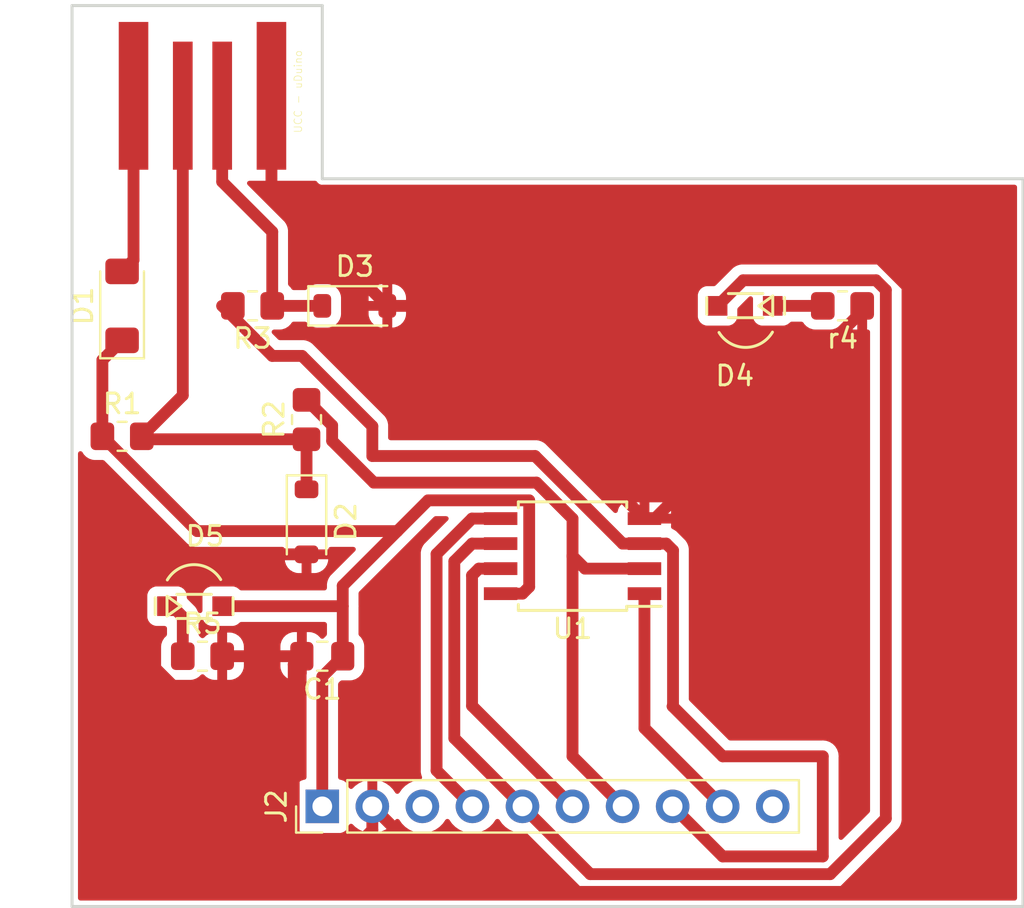
<source format=kicad_pcb>
(kicad_pcb (version 20221018) (generator pcbnew)
  (layers (0 "F.Cu" signal) (31 "B.Cu" signal) (34 "B.Paste" user) (35 "F.Paste" user) (36 "B.SilkS" user "B.Silkscreen") (37 "F.SilkS" user "F.Silkscreen") (38 "B.Mask" user) (39 "F.Mask" user) (44 "Edge.Cuts" user))
  (net 0 "")
  (net 1 "GND")
  (net 2 "Net-(D1-A)")
  (net 3 "+5V")
  (net 4 "Net-(D2-K)")
  (net 5 "Net-(D3-K)")
  (net 7 "Net-(J2-Pin_4)")
  (net 8 "Net-(D4-A)")
  (net 9 "Net-(J2-Pin_6)")
  (net 10 "Net-(J2-Pin_7)")
  (net 11 "Net-(J2-Pin_8)")
  (net 12 "Net-(J2-Pin_9)")
  (net 14 "Net-(D4-K)")
  (net 15 "Net-(D5-K)")
  (footprint "embeddedPcbUsb:USB_A_UCC" (layer "F.Cu") (at 171.72 68.28 -90)
    (fp_text reference "J1" hide)
    (fp_text value "USB_PCB_A" hide)
    (fp_text user "UCC - uDuino" (at -2.54 -5.08 90) (layer "F.SilkS") (effects (font (size 0.38608 0.38608) (thickness 0.032512)) (justify right bottom)))
    (pad "1" smd rect (at -0.2 3.5 270) (size 7.5 1.5) (layers "F.Cu" "F.Paste" "F.Mask") (net 2 "Net-(D1-A)"))
    (pad "2" smd rect (at 0.3 1 270) (size 6.5 1) (layers "F.Cu" "F.Paste" "F.Mask") (net 4 "Net-(D2-K)"))
    (pad "3" smd rect (at 0.3 -1 270) (size 6.5 1) (layers "F.Cu" "F.Paste" "F.Mask") (net 5 "Net-(D3-K)"))
    (pad "4" smd rect (at -0.2 -3.5 270) (size 7.5 1.5) (layers "F.Cu" "F.Paste" "F.Mask") (net 1 "GND"))
  )
  (footprint "Resistor_SMD:R_0805_2012Metric_Pad1.20x1.40mm_HandSolder" (layer "F.Cu") (at 204.2 78.74 180)
    (fp_text reference "r4" (at 0 -1.65) (layer "F.SilkS"))
    (fp_text value "330Ω5%1/8W1")
    (fp_line (start -0.227064 -0.735) (end 0.227064 -0.735) (stroke (width 0.12)) (layer "F.SilkS"))
    (fp_line (start -0.227064 0.735) (end 0.227064 0.735) (stroke (width 0.12)) (layer "F.SilkS"))
    (pad "1" smd roundrect (at -1 0 180) (size 1.2 1.4) (layers "F.Cu" "F.Paste" "F.Mask") (roundrect_rratio 0.208333) (net 1 "GND"))
    (pad "2" smd roundrect (at 1 0 180) (size 1.2 1.4) (layers "F.Cu" "F.Paste" "F.Mask") (roundrect_rratio 0.208333) (net 14 "Net-(D4-K)"))
  )
  (footprint "Package_SO:SOIC-8W_5.3x5.3mm_P1.27mm" (layer "F.Cu") (at 190.5 91.44 180)
    (fp_text reference "U1" (at 0 -3.68) (layer "F.SilkS"))
    (fp_text value "ATtiny85-20S")
    (fp_line (start -2.75 -2.755) (end -2.75 -2.55) (stroke (width 0.15)) (layer "F.SilkS"))
    (fp_line (start -2.75 -2.755) (end 2.75 -2.755) (stroke (width 0.15)) (layer "F.SilkS"))
    (fp_line (start -2.75 -2.55) (end -4.5 -2.55) (stroke (width 0.15)) (layer "F.SilkS"))
    (fp_line (start -2.75 2.755) (end -2.75 2.455) (stroke (width 0.15)) (layer "F.SilkS"))
    (fp_line (start -2.75 2.755) (end 2.75 2.755) (stroke (width 0.15)) (layer "F.SilkS"))
    (fp_line (start 2.75 -2.755) (end 2.75 -2.455) (stroke (width 0.15)) (layer "F.SilkS"))
    (fp_line (start 2.75 2.755) (end 2.75 2.455) (stroke (width 0.15)) (layer "F.SilkS"))
    (pad "1" smd rect (at -3.65 -1.905 180) (size 1.7 0.65) (layers "F.Cu" "F.Paste" "F.Mask") (net 12 "Net-(J2-Pin_9)"))
    (pad "2" smd rect (at -3.65 -0.635 180) (size 1.7 0.65) (layers "F.Cu" "F.Paste" "F.Mask") (net 10 "Net-(J2-Pin_7)"))
    (pad "3" smd rect (at -3.65 0.635 180) (size 1.7 0.65) (layers "F.Cu" "F.Paste" "F.Mask") (net 11 "Net-(J2-Pin_8)"))
    (pad "4" smd rect (at -3.65 1.905 180) (size 1.7 0.65) (layers "F.Cu" "F.Paste" "F.Mask") (net 1 "GND"))
    (pad "5" smd rect (at 3.65 1.905 180) (size 1.7 0.65) (layers "F.Cu" "F.Paste" "F.Mask") (net 7 "Net-(J2-Pin_4)"))
    (pad "6" smd rect (at 3.65 0.635 180) (size 1.7 0.65) (layers "F.Cu" "F.Paste" "F.Mask") (net 8 "Net-(D4-A)"))
    (pad "7" smd rect (at 3.65 -0.635 180) (size 1.7 0.65) (layers "F.Cu" "F.Paste" "F.Mask") (net 9 "Net-(J2-Pin_6)"))
    (pad "8" smd rect (at 3.65 -1.905 180) (size 1.7 0.65) (layers "F.Cu" "F.Paste" "F.Mask") (net 3 "+5V"))
  )
  (footprint "ledSmd:ledSMD" (layer "F.Cu") (at 171.72 93.98)
    (fp_text reference "D5" (at 0.125 -3.55) (layer "F.SilkS"))
    (fp_text value "LED RED")
    (fp_line (start -2.4 -0.425) (end -2.4 0.425) (stroke (width 0.15)) (layer "F.SilkS"))
    (fp_line (start -1.8 0.5) (end -1.8 -0.5) (stroke (width 0.15)) (layer "F.SilkS"))
    (fp_line (start -1.75 -0.475) (end -1.1 0) (stroke (width 0.15)) (layer "F.SilkS"))
    (fp_line (start -1.3 -0.6) (end 0.45 -0.6) (stroke (width 0.15)) (layer "F.SilkS"))
    (fp_line (start -1.3 0.625) (end 0.45 0.625) (stroke (width 0.15)) (layer "F.SilkS"))
    (fp_line (start -1.1 0) (end -1.8 0.5) (stroke (width 0.15)) (layer "F.SilkS"))
    (fp_line (start 1.55 -0.425) (end 1.55 0.425) (stroke (width 0.15)) (layer "F.SilkS"))
    (fp_arc (start -1.786089 -1.331572) (mid -0.435753 -2.107089) (end 0.924999 -1.349999) (stroke (width 0.15)) (layer "F.SilkS"))
    (pad "1" smd rect (at -1.8 0) (size 1 1) (layers "F.Cu" "F.Paste" "F.Mask") (net 15 "Net-(D5-K)"))
    (pad "2" smd rect (at 1 0) (size 1 1) (layers "F.Cu" "F.Paste" "F.Mask") (net 3 "+5V"))
  )
  (footprint "ledSmd:ledSMD" (layer "F.Cu") (at 198.86 78.74 180)
    (fp_text reference "D4" (at 0.125 -3.55) (layer "F.SilkS"))
    (fp_text value "LED GREEN")
    (fp_line (start -2.4 -0.425) (end -2.4 0.425) (stroke (width 0.15)) (layer "F.SilkS"))
    (fp_line (start -1.8 0.5) (end -1.8 -0.5) (stroke (width 0.15)) (layer "F.SilkS"))
    (fp_line (start -1.75 -0.475) (end -1.1 0) (stroke (width 0.15)) (layer "F.SilkS"))
    (fp_line (start -1.3 -0.6) (end 0.45 -0.6) (stroke (width 0.15)) (layer "F.SilkS"))
    (fp_line (start -1.3 0.625) (end 0.45 0.625) (stroke (width 0.15)) (layer "F.SilkS"))
    (fp_line (start -1.1 0) (end -1.8 0.5) (stroke (width 0.15)) (layer "F.SilkS"))
    (fp_line (start 1.55 -0.425) (end 1.55 0.425) (stroke (width 0.15)) (layer "F.SilkS"))
    (fp_arc (start -1.786089 -1.331572) (mid -0.435753 -2.107089) (end 0.924999 -1.349999) (stroke (width 0.15)) (layer "F.SilkS"))
    (pad "1" smd rect (at -1.8 0 180) (size 1 1) (layers "F.Cu" "F.Paste" "F.Mask") (net 14 "Net-(D4-K)"))
    (pad "2" smd rect (at 1 0 180) (size 1 1) (layers "F.Cu" "F.Paste" "F.Mask") (net 8 "Net-(D4-A)"))
  )
  (footprint "Connector_PinHeader_2.54mm:PinHeader_1x10_P2.54mm_Vertical" (layer "F.Cu") (at 177.8 104.14 90)
    (fp_text reference "J2" (at 0 -2.33 90) (layer "F.SilkS"))
    (fp_text value "Header")
    (fp_line (start -1.33 -1.33) (end 0 -1.33) (stroke (width 0.12)) (layer "F.SilkS"))
    (fp_line (start -1.33 0) (end -1.33 -1.33) (stroke (width 0.12)) (layer "F.SilkS"))
    (fp_line (start -1.33 1.27) (end -1.33 24.19) (stroke (width 0.12)) (layer "F.SilkS"))
    (fp_line (start -1.33 1.27) (end 1.33 1.27) (stroke (width 0.12)) (layer "F.SilkS"))
    (fp_line (start -1.33 24.19) (end 1.33 24.19) (stroke (width 0.12)) (layer "F.SilkS"))
    (fp_line (start 1.33 1.27) (end 1.33 24.19) (stroke (width 0.12)) (layer "F.SilkS"))
    (pad "1" thru_hole rect (at 0 0 90) (size 1.7 1.7) (drill 1) (layers "*.Cu" "*.Mask") (net 3 "+5V"))
    (pad "2" thru_hole oval (at 0 2.54 90) (size 1.7 1.7) (drill 1) (layers "*.Cu" "*.Mask") (net 1 "GND"))
    (pad "3" thru_hole oval (at 0 5.08 90) (size 1.7 1.7) (drill 1) (layers "*.Cu" "*.Mask"))
    (pad "4" thru_hole oval (at 0 7.62 90) (size 1.7 1.7) (drill 1) (layers "*.Cu" "*.Mask") (net 7 "Net-(J2-Pin_4)"))
    (pad "5" thru_hole oval (at 0 10.16 90) (size 1.7 1.7) (drill 1) (layers "*.Cu" "*.Mask") (net 8 "Net-(D4-A)"))
    (pad "6" thru_hole oval (at 0 12.7 90) (size 1.7 1.7) (drill 1) (layers "*.Cu" "*.Mask") (net 9 "Net-(J2-Pin_6)"))
    (pad "7" thru_hole oval (at 0 15.24 90) (size 1.7 1.7) (drill 1) (layers "*.Cu" "*.Mask") (net 10 "Net-(J2-Pin_7)"))
    (pad "8" thru_hole oval (at 0 17.78 90) (size 1.7 1.7) (drill 1) (layers "*.Cu" "*.Mask") (net 11 "Net-(J2-Pin_8)"))
    (pad "9" thru_hole oval (at 0 20.32 90) (size 1.7 1.7) (drill 1) (layers "*.Cu" "*.Mask") (net 12 "Net-(J2-Pin_9)"))
    (pad "10" thru_hole oval (at 0 22.86 90) (size 1.7 1.7) (drill 1) (layers "*.Cu" "*.Mask"))
  )
  (footprint "Resistor_SMD:R_0805_2012Metric_Pad1.20x1.40mm_HandSolder" (layer "F.Cu") (at 171.72 96.52)
    (fp_text reference "R5" (at 0 -1.65) (layer "F.SilkS"))
    (fp_text value "Resistor")
    (fp_line (start -0.227064 -0.735) (end 0.227064 -0.735) (stroke (width 0.12)) (layer "F.SilkS"))
    (fp_line (start -0.227064 0.735) (end 0.227064 0.735) (stroke (width 0.12)) (layer "F.SilkS"))
    (pad "1" smd roundrect (at -1 0) (size 1.2 1.4) (layers "F.Cu" "F.Paste" "F.Mask") (roundrect_rratio 0.208333) (net 15 "Net-(D5-K)"))
    (pad "2" smd roundrect (at 1 0) (size 1.2 1.4) (layers "F.Cu" "F.Paste" "F.Mask") (roundrect_rratio 0.208333) (net 1 "GND"))
  )
  (footprint "Resistor_SMD:R_0805_2012Metric_Pad1.20x1.40mm_HandSolder" (layer "F.Cu") (at 174.26 78.74 180)
    (fp_text reference "R3" (at 0 -1.65) (layer "F.SilkS"))
    (fp_text value "68Ω 5% 1/8w")
    (fp_line (start -0.227064 -0.735) (end 0.227064 -0.735) (stroke (width 0.12)) (layer "F.SilkS"))
    (fp_line (start -0.227064 0.735) (end 0.227064 0.735) (stroke (width 0.12)) (layer "F.SilkS"))
    (pad "1" smd roundrect (at -1 0 180) (size 1.2 1.4) (layers "F.Cu" "F.Paste" "F.Mask") (roundrect_rratio 0.208333) (net 5 "Net-(D3-K)"))
    (pad "2" smd roundrect (at 1 0 180) (size 1.2 1.4) (layers "F.Cu" "F.Paste" "F.Mask") (roundrect_rratio 0.208333) (net 11 "Net-(J2-Pin_8)"))
  )
  (footprint "Diode_SMD:D_SOD-123" (layer "F.Cu") (at 179.45 78.74)
    (fp_text reference "D3" (at 0 -2) (layer "F.SilkS"))
    (fp_text value "3.6V 1/2mW")
    (fp_line (start -2.36 -1) (end -2.36 1) (stroke (width 0.12)) (layer "F.SilkS"))
    (fp_line (start -2.36 -1) (end 1.65 -1) (stroke (width 0.12)) (layer "F.SilkS"))
    (fp_line (start -2.36 1) (end 1.65 1) (stroke (width 0.12)) (layer "F.SilkS"))
    (pad "1" smd roundrect (at -1.65 0) (size 0.9 1.2) (layers "F.Cu" "F.Paste" "F.Mask") (net 5 "Net-(D3-K)"))
    (pad "2" smd roundrect (at 1.65 0) (size 0.9 1.2) (layers "F.Cu" "F.Paste" "F.Mask") (net 1 "GND"))
  )
  (footprint "Diode_SMD:D_MiniMELF" (layer "F.Cu") (at 167.64 78.74 90)
    (fp_text reference "D1" (at 0 -2 90) (layer "F.SilkS"))
    (fp_text value "PMLL4148L	")
    (fp_line (start -2.66 -1.11) (end -2.66 1.11) (stroke (width 0.12)) (layer "F.SilkS"))
    (fp_line (start -2.66 1.11) (end 1.75 1.11) (stroke (width 0.12)) (layer "F.SilkS"))
    (fp_line (start 1.75 -1.11) (end -2.66 -1.11) (stroke (width 0.12)) (layer "F.SilkS"))
    (pad "1" smd roundrect (at -1.75 0 90) (size 1.3 1.7) (layers "F.Cu" "F.Paste" "F.Mask") (roundrect_rratio 0.1923076923) (net 3 "+5V"))
    (pad "2" smd roundrect (at 1.75 0 90) (size 1.3 1.7) (layers "F.Cu" "F.Paste" "F.Mask") (roundrect_rratio 0.1923076923) (net 2 "Net-(D1-A)"))
  )
  (footprint "Resistor_SMD:R_0805_2012Metric_Pad1.20x1.40mm_HandSolder" (layer "F.Cu") (at 177 84.51 90)
    (fp_text reference "R2" (at 0 -1.65 90) (layer "F.SilkS"))
    (fp_text value "68Ω 5% 1/8w")
    (fp_line (start -0.227064 -0.735) (end 0.227064 -0.735) (stroke (width 0.12)) (layer "F.SilkS"))
    (fp_line (start -0.227064 0.735) (end 0.227064 0.735) (stroke (width 0.12)) (layer "F.SilkS"))
    (pad "1" smd roundrect (at -1 0 90) (size 1.2 1.4) (layers "F.Cu" "F.Paste" "F.Mask") (roundrect_rratio 0.208333) (net 4 "Net-(D2-K)"))
    (pad "2" smd roundrect (at 1 0 90) (size 1.2 1.4) (layers "F.Cu" "F.Paste" "F.Mask") (roundrect_rratio 0.208333) (net 10 "Net-(J2-Pin_7)"))
  )
  (footprint "Capacitor_SMD:C_0805_2012Metric_Pad1.18x1.45mm_HandSolder" (layer "F.Cu") (at 177.8 96.52 180)
    (fp_text reference "C1" (at 0 -1.68) (layer "F.SilkS"))
    (fp_text value "0.1u")
    (fp_line (start -0.261252 -0.735) (end 0.261252 -0.735) (stroke (width 0.12)) (layer "F.SilkS"))
    (fp_line (start -0.261252 0.735) (end 0.261252 0.735) (stroke (width 0.12)) (layer "F.SilkS"))
    (pad "1" smd roundrect (at -1.0375 0 180) (size 1.175 1.45) (layers "F.Cu" "F.Paste" "F.Mask") (roundrect_rratio 0.212766) (net 3 "+5V"))
    (pad "2" smd roundrect (at 1.0375 0 180) (size 1.175 1.45) (layers "F.Cu" "F.Paste" "F.Mask") (roundrect_rratio 0.212766) (net 1 "GND"))
  )
  (footprint "Diode_SMD:D_SOD-123" (layer "F.Cu") (at 177 89.7 -90)
    (fp_text reference "D2" (at 0 -2 90) (layer "F.SilkS"))
    (fp_text value "3.6V 1/2mW")
    (fp_line (start -2.36 -1) (end -2.36 1) (stroke (width 0.12)) (layer "F.SilkS"))
    (fp_line (start -2.36 -1) (end 1.65 -1) (stroke (width 0.12)) (layer "F.SilkS"))
    (fp_line (start -2.36 1) (end 1.65 1) (stroke (width 0.12)) (layer "F.SilkS"))
    (pad "1" smd roundrect (at -1.65 0 270) (size 0.9 1.2) (layers "F.Cu" "F.Paste" "F.Mask") (net 4 "Net-(D2-K)"))
    (pad "2" smd roundrect (at 1.65 0 270) (size 0.9 1.2) (layers "F.Cu" "F.Paste" "F.Mask") (net 1 "GND"))
  )
  (footprint "Resistor_SMD:R_0805_2012Metric_Pad1.20x1.40mm_HandSolder" (layer "F.Cu") (at 167.64 85.36)
    (fp_text reference "R1" (at 0 -1.65) (layer "F.SilkS"))
    (fp_text value "1.5KΩ 5% 1/8w")
    (fp_line (start -0.227064 -0.735) (end 0.227064 -0.735) (stroke (width 0.12)) (layer "F.SilkS"))
    (fp_line (start -0.227064 0.735) (end 0.227064 0.735) (stroke (width 0.12)) (layer "F.SilkS"))
    (pad "1" smd roundrect (at -1 0) (size 1.2 1.4) (layers "F.Cu" "F.Paste" "F.Mask") (roundrect_rratio 0.208333) (net 3 "+5V"))
    (pad "2" smd roundrect (at 1 0) (size 1.2 1.4) (layers "F.Cu" "F.Paste" "F.Mask") (roundrect_rratio 0.208333) (net 4 "Net-(D2-K)"))
  )
  (gr_line (start 177.8 63.5) (end 177.8 72.29) (stroke (width 0.15)) (layer "Edge.Cuts"))
  (gr_line (start 213.36 72.29) (end 213.36 109.22) (stroke (width 0.15)) (layer "Edge.Cuts"))
  (gr_line (start 165.1 63.5) (end 165.1 109.22) (stroke (width 0.15)) (layer "Edge.Cuts"))
  (gr_line (start 213.36 109.22) (end 165.1 109.22) (stroke (width 0.15)) (layer "Edge.Cuts"))
  (gr_line (start 213.36 72.29) (end 177.8 72.29) (stroke (width 0.15)) (layer "Edge.Cuts"))
  (gr_line (start 165.1 63.5) (end 177.8 63.5) (stroke (width 0.15)) (layer "Edge.Cuts"))
  (segment (start 205.934874 76.2) (end 195.58 76.2) (width 0.6) (layer "F.Cu") (net 1))
  (segment (start 206.48 108.48) (end 208.28 106.68) (width 0.6) (layer "F.Cu") (net 1))
  (segment (start 183.355 78.74) (end 188.1975 83.5825) (width 0.6) (layer "F.Cu") (net 1))
  (segment (start 184.68 108.48) (end 206.48 108.48) (width 0.6) (layer "F.Cu") (net 1))
  (segment (start 180.34 105.342081) (end 180.34 104.14) (width 0.6) (layer "F.Cu") (net 1))
  (segment (start 194.675 89.535) (end 205.2 79.01) (width 0.6) (layer "F.Cu") (net 1))
  (segment (start 167.64 95.442082) (end 171.257918 99.06) (width 0.6) (layer "F.Cu") (net 1))
  (segment (start 179.002081 106.68) (end 180.34 105.342081) (width 0.6) (layer "F.Cu") (net 1))
  (segment (start 195.58 76.2) (end 188.1975 83.5825) (width 0.6) (layer "F.Cu") (net 1))
  (segment (start 176.7625 96.52) (end 176.35 96.9325) (width 0.6) (layer "F.Cu") (net 1))
  (segment (start 171.257918 99.06) (end 176.35 99.06) (width 0.6) (layer "F.Cu") (net 1))
  (segment (start 205.2 79.01) (end 205.2 78.74) (width 0.6) (layer "F.Cu") (net 1))
  (segment (start 177 91.35) (end 170.35 91.35) (width 0.6) (layer "F.Cu") (net 1))
  (segment (start 167.64 94.06) (end 167.64 95.442082) (width 0.6) (layer "F.Cu") (net 1))
  (segment (start 181.1 78.74) (end 183.355 78.74) (width 0.6) (layer "F.Cu") (net 1))
  (segment (start 170.35 91.35) (end 167.64 94.06) (width 0.6) (layer "F.Cu") (net 1))
  (segment (start 176.35 105.59) (end 177.44 106.68) (width 0.6) (layer "F.Cu") (net 1))
  (segment (start 188.1975 83.5825) (end 194.15 89.535) (width 0.6) (layer "F.Cu") (net 1))
  (segment (start 176.35 96.9325) (end 176.35 105.59) (width 0.6) (layer "F.Cu") (net 1))
  (segment (start 208.28 106.68) (end 208.28 78.545126) (width 0.6) (layer "F.Cu") (net 1))
  (segment (start 208.28 78.545126) (end 205.934874 76.2) (width 0.6) (layer "F.Cu") (net 1))
  (segment (start 175.22 72.86) (end 175.22 68.08) (width 0.6) (layer "F.Cu") (net 1))
  (segment (start 176.7625 96.52) (end 172.72 96.52) (width 0.6) (layer "F.Cu") (net 1))
  (segment (start 177.44 106.68) (end 179.002081 106.68) (width 0.6) (layer "F.Cu") (net 1))
  (segment (start 180.34 104.14) (end 184.68 108.48) (width 0.6) (layer "F.Cu") (net 1))
  (segment (start 181.1 78.74) (end 175.22 72.86) (width 0.6) (layer "F.Cu") (net 1))
  (segment (start 194.15 89.535) (end 194.675 89.535) (width 0.6) (layer "F.Cu") (net 1))
  (segment (start 168.22 76.41) (end 168.22 68.08) (width 0.6) (layer "F.Cu") (net 2))
  (segment (start 167.64 76.99) (end 168.22 76.41) (width 0.6) (layer "F.Cu") (net 2))
  (segment (start 172.72 93.98) (end 178.8375 93.98) (width 0.6) (layer "F.Cu") (net 3))
  (segment (start 166.64 85.36) (end 166.64 81.49) (width 0.6) (layer "F.Cu") (net 3))
  (segment (start 183.17 88.61) (end 181.61 90.17) (width 0.6) (layer "F.Cu") (net 3))
  (segment (start 187.955 93.345) (end 188.3 93) (width 0.6) (layer "F.Cu") (net 3))
  (segment (start 178.8375 92.9425) (end 178.8375 93.98) (width 0.6) (layer "F.Cu") (net 3))
  (segment (start 166.64 85.36) (end 166.64 85.362082) (width 0.6) (layer "F.Cu") (net 3))
  (segment (start 188.3 88.61) (end 183.17 88.61) (width 0.6) (layer "F.Cu") (net 3))
  (segment (start 178.8375 93.98) (end 178.8375 96.52) (width 0.6) (layer "F.Cu") (net 3))
  (segment (start 188.3 93) (end 188.3 88.61) (width 0.6) (layer "F.Cu") (net 3))
  (segment (start 171.447918 90.17) (end 181.61 90.17) (width 0.6) (layer "F.Cu") (net 3))
  (segment (start 181.61 90.17) (end 178.8375 92.9425) (width 0.6) (layer "F.Cu") (net 3))
  (segment (start 166.64 85.362082) (end 171.447918 90.17) (width 0.6) (layer "F.Cu") (net 3))
  (segment (start 178.8375 96.52) (end 177.8 97.5575) (width 0.6) (layer "F.Cu") (net 3))
  (segment (start 186.85 93.345) (end 187.955 93.345) (width 0.6) (layer "F.Cu") (net 3))
  (segment (start 166.64 81.49) (end 167.64 80.49) (width 0.6) (layer "F.Cu") (net 3))
  (segment (start 177.8 97.5575) (end 177.8 104.14) (width 0.6) (layer "F.Cu") (net 3))
  (segment (start 168.64 85.36) (end 170.72 83.28) (width 0.6) (layer "F.Cu") (net 4))
  (segment (start 177 85.51) (end 177 88.05) (width 0.6) (layer "F.Cu") (net 4))
  (segment (start 170.72 83.28) (end 170.72 68.58) (width 0.6) (layer "F.Cu") (net 4))
  (segment (start 168.79 85.51) (end 177 85.51) (width 0.6) (layer "F.Cu") (net 4))
  (segment (start 168.64 85.36) (end 168.79 85.51) (width 0.6) (layer "F.Cu") (net 4))
  (segment (start 175.26 78.74) (end 177.8 78.74) (width 0.6) (layer "F.Cu") (net 5))
  (segment (start 175.26 78.74) (end 175.26 74.98) (width 0.6) (layer "F.Cu") (net 5))
  (segment (start 172.72 72.44) (end 172.72 68.58) (width 0.6) (layer "F.Cu") (net 5))
  (segment (start 175.26 74.98) (end 172.72 72.44) (width 0.6) (layer "F.Cu") (net 5))
  (segment (start 186.85 89.535) (end 185.397208 89.535) (width 0.6) (layer "F.Cu") (net 7))
  (segment (start 183.6 102.32) (end 185.42 104.14) (width 0.6) (layer "F.Cu") (net 7))
  (segment (start 183.6 91.332208) (end 183.6 102.32) (width 0.6) (layer "F.Cu") (net 7))
  (segment (start 185.397208 89.535) (end 183.6 91.332208) (width 0.6) (layer "F.Cu") (net 7))
  (segment (start 206.4 77.937918) (end 206.4 104.752792) (width 0.6) (layer "F.Cu") (net 8))
  (segment (start 191.4 107.58) (end 187.96 104.14) (width 0.6) (layer "F.Cu") (net 8))
  (segment (start 186.85 90.805) (end 185.4 90.805) (width 0.6) (layer "F.Cu") (net 8))
  (segment (start 185.4 90.805) (end 184.5 91.705) (width 0.6) (layer "F.Cu") (net 8))
  (segment (start 184.5 100.68) (end 187.96 104.14) (width 0.6) (layer "F.Cu") (net 8))
  (segment (start 203.572792 107.58) (end 191.4 107.58) (width 0.6) (layer "F.Cu") (net 8))
  (segment (start 199.16 77.44) (end 205.902082 77.44) (width 0.6) (layer "F.Cu") (net 8))
  (segment (start 184.5 91.705) (end 184.5 100.68) (width 0.6) (layer "F.Cu") (net 8))
  (segment (start 197.86 78.74) (end 199.16 77.44) (width 0.6) (layer "F.Cu") (net 8))
  (segment (start 205.902082 77.44) (end 206.4 77.937918) (width 0.6) (layer "F.Cu") (net 8))
  (segment (start 206.4 104.752792) (end 203.572792 107.58) (width 0.6) (layer "F.Cu") (net 8))
  (segment (start 185.745 92.075) (end 185.4 92.42) (width 0.6) (layer "F.Cu") (net 9))
  (segment (start 185.4 92.42) (end 185.4 99.04) (width 0.6) (layer "F.Cu") (net 9))
  (segment (start 186.85 92.075) (end 185.745 92.075) (width 0.6) (layer "F.Cu") (net 9))
  (segment (start 185.4 99.04) (end 190.5 104.14) (width 0.6) (layer "F.Cu") (net 9))
  (segment (start 190.5 101.6) (end 193.04 104.14) (width 0.6) (layer "F.Cu") (net 10))
  (segment (start 180.417208 87.71) (end 188.672792 87.71) (width 0.6) (layer "F.Cu") (net 10))
  (segment (start 190.5 91.44) (end 190.5 101.6) (width 0.6) (layer "F.Cu") (net 10))
  (segment (start 177.002082 83.51) (end 178.3 84.807918) (width 0.6) (layer "F.Cu") (net 10))
  (segment (start 188.672792 87.71) (end 190.5 89.537208) (width 0.6) (layer "F.Cu") (net 10))
  (segment (start 190.5 91.44) (end 191.135 92.075) (width 0.6) (layer "F.Cu") (net 10))
  (segment (start 177 83.51) (end 177.002082 83.51) (width 0.6) (layer "F.Cu") (net 10))
  (segment (start 178.3 85.592792) (end 180.417208 87.71) (width 0.6) (layer "F.Cu") (net 10))
  (segment (start 190.5 89.537208) (end 190.5 91.44) (width 0.6) (layer "F.Cu") (net 10))
  (segment (start 178.3 84.807918) (end 178.3 85.592792) (width 0.6) (layer "F.Cu") (net 10))
  (segment (start 191.135 92.075) (end 194.15 92.075) (width 0.6) (layer "F.Cu") (net 10))
  (segment (start 194.15 90.805) (end 193.045 90.805) (width 0.6) (layer "F.Cu") (net 11))
  (segment (start 188.6 86.36) (end 180.34 86.36) (width 0.6) (layer "F.Cu") (net 11))
  (segment (start 175.26 81.28) (end 172.72 78.74) (width 0.6) (layer "F.Cu") (net 11))
  (segment (start 176.772082 81.28) (end 175.26 81.28) (width 0.6) (layer "F.Cu") (net 11))
  (segment (start 198.12 101.6) (end 203.2 101.6) (width 0.6) (layer "F.Cu") (net 11))
  (segment (start 203.2 101.6) (end 203.2 106.68) (width 0.6) (layer "F.Cu") (net 11))
  (segment (start 203.2 106.68) (end 198.12 106.68) (width 0.6) (layer "F.Cu") (net 11))
  (segment (start 194.15 90.805) (end 195.255 90.805) (width 0.6) (layer "F.Cu") (net 11))
  (segment (start 193.045 90.805) (end 188.6 86.36) (width 0.6) (layer "F.Cu") (net 11))
  (segment (start 198.12 106.68) (end 195.58 104.14) (width 0.6) (layer "F.Cu") (net 11))
  (segment (start 195.255 90.805) (end 195.6 91.15) (width 0.6) (layer "F.Cu") (net 11))
  (segment (start 195.58 99.06) (end 198.12 101.6) (width 0.6) (layer "F.Cu") (net 11))
  (segment (start 195.6 91.15) (end 195.6 99.04) (width 0.6) (layer "F.Cu") (net 11))
  (segment (start 180.34 86.36) (end 180.34 84.847918) (width 0.6) (layer "F.Cu") (net 11))
  (segment (start 195.6 99.04) (end 195.58 99.06) (width 0.6) (layer "F.Cu") (net 11))
  (segment (start 180.34 84.847918) (end 176.772082 81.28) (width 0.6) (layer "F.Cu") (net 11))
  (segment (start 172.72 78.74) (end 173.26 78.74) (width 0.6) (layer "F.Cu") (net 11))
  (segment (start 194.15 93.345) (end 194.15 100.17) (width 0.6) (layer "F.Cu") (net 12))
  (segment (start 194.15 100.17) (end 198.12 104.14) (width 0.6) (layer "F.Cu") (net 12))
  (segment (start 203.2 78.74) (end 200.66 78.74) (width 0.6) (layer "F.Cu") (net 14))
  (segment (start 170.72 94.52) (end 170.18 93.98) (width 0.6) (layer "F.Cu") (net 15))
  (segment (start 170.72 96.52) (end 170.72 94.52) (width 0.6) (layer "F.Cu") (net 15))
  (zone (net 1) (net_name "GND") (layer "F.Cu") (connect_pads (clearance 0.5)) (min_thickness 0.25) (fill yes (thermal_gap 0.5) (thermal_bridge_width 0.5))
    (polygon (pts (xy 213.36 72.39) (xy 165.1 72.39) (xy 165.1 109.22) (xy 213.36 109.22)))
  )
)
</source>
